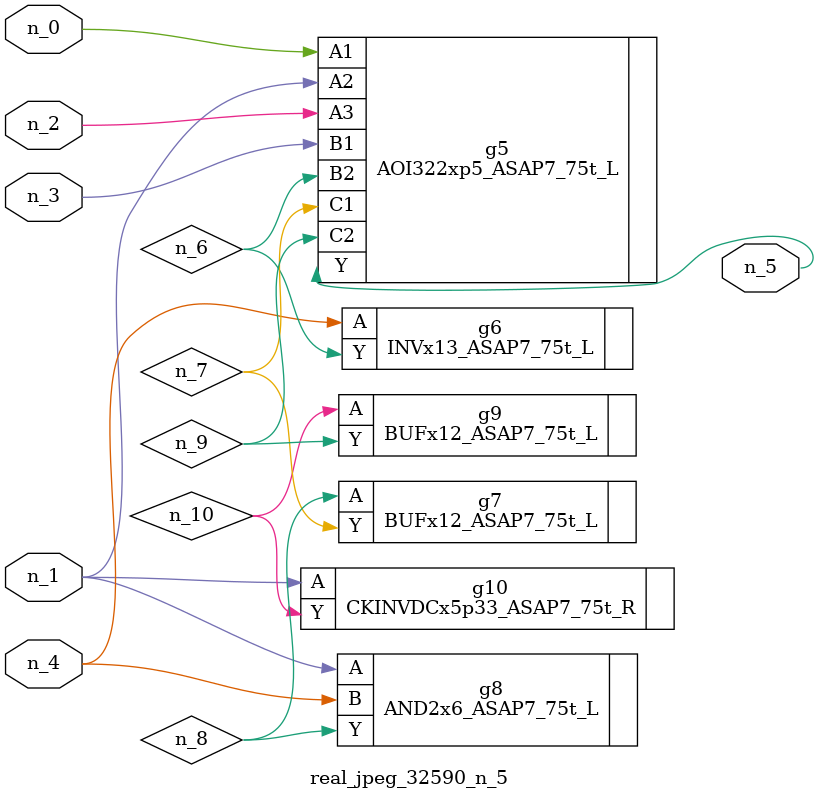
<source format=v>
module real_jpeg_32590_n_5 (n_4, n_0, n_1, n_2, n_3, n_5);

input n_4;
input n_0;
input n_1;
input n_2;
input n_3;

output n_5;

wire n_8;
wire n_6;
wire n_7;
wire n_10;
wire n_9;

AOI322xp5_ASAP7_75t_L g5 ( 
.A1(n_0),
.A2(n_1),
.A3(n_2),
.B1(n_3),
.B2(n_6),
.C1(n_7),
.C2(n_9),
.Y(n_5)
);

AND2x6_ASAP7_75t_L g8 ( 
.A(n_1),
.B(n_4),
.Y(n_8)
);

CKINVDCx5p33_ASAP7_75t_R g10 ( 
.A(n_1),
.Y(n_10)
);

INVx13_ASAP7_75t_L g6 ( 
.A(n_4),
.Y(n_6)
);

BUFx12_ASAP7_75t_L g7 ( 
.A(n_8),
.Y(n_7)
);

BUFx12_ASAP7_75t_L g9 ( 
.A(n_10),
.Y(n_9)
);


endmodule
</source>
